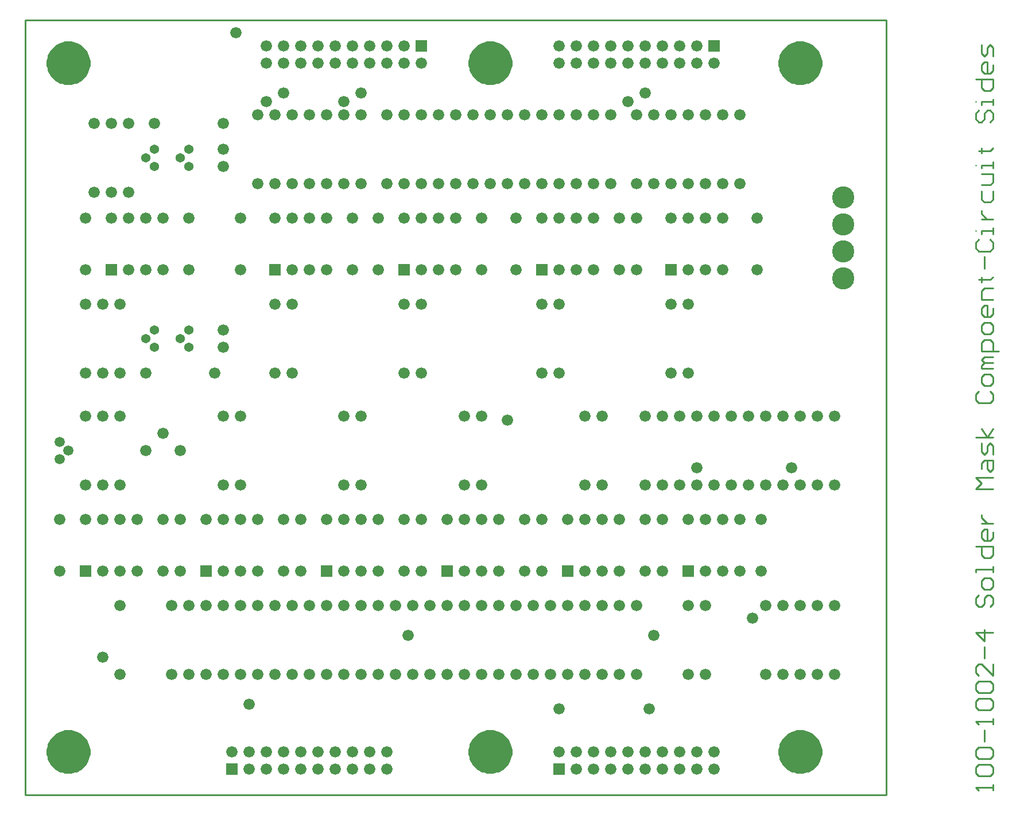
<source format=gbs>
*%FSLAX23Y23*%
*%MOIN*%
G01*
%ADD11C,0.006*%
%ADD12C,0.007*%
%ADD13C,0.008*%
%ADD14C,0.010*%
%ADD15C,0.012*%
%ADD16C,0.020*%
%ADD17C,0.032*%
%ADD18C,0.036*%
%ADD19C,0.050*%
%ADD20C,0.050*%
%ADD21C,0.052*%
%ADD22C,0.054*%
%ADD23C,0.055*%
%ADD24C,0.056*%
%ADD25C,0.059*%
%ADD26C,0.062*%
%ADD27C,0.066*%
%ADD28C,0.070*%
%ADD29C,0.090*%
%ADD30C,0.125*%
%ADD31C,0.129*%
%ADD32C,0.140*%
%ADD33C,0.160*%
%ADD34C,0.250*%
%ADD35C,0.250*%
%ADD36R,0.062X0.062*%
%ADD37R,0.066X0.066*%
D14*
X12376Y5900D02*
Y5933D01*
Y5917D01*
X12276D01*
X12277D01*
X12276D02*
X12293Y5900D01*
Y5983D02*
X12276Y6000D01*
Y6033D01*
X12293Y6050D01*
X12359D01*
X12376Y6033D01*
Y6000D01*
X12359Y5983D01*
X12293D01*
Y6083D02*
X12276Y6100D01*
Y6133D01*
X12293Y6150D01*
X12359D01*
X12376Y6133D01*
Y6100D01*
X12359Y6083D01*
X12293D01*
X12326Y6183D02*
Y6250D01*
X12376Y6283D02*
Y6317D01*
Y6300D01*
X12276D01*
X12277D01*
X12276D02*
X12293Y6283D01*
Y6367D02*
X12276Y6383D01*
Y6416D01*
X12293Y6433D01*
X12359D01*
X12376Y6416D01*
Y6383D01*
X12359Y6367D01*
X12293D01*
Y6466D02*
X12276Y6483D01*
Y6516D01*
X12293Y6533D01*
X12359D01*
X12376Y6516D01*
Y6483D01*
X12359Y6466D01*
X12293D01*
X12376Y6566D02*
Y6633D01*
Y6566D02*
X12309Y6633D01*
X12293D01*
X12276Y6616D01*
Y6583D01*
X12293Y6566D01*
X12326Y6666D02*
Y6733D01*
X12376Y6816D02*
X12276D01*
X12326Y6766D01*
Y6833D01*
X12276Y7016D02*
X12293Y7033D01*
X12276Y7016D02*
Y6983D01*
X12293Y6966D01*
X12309D01*
X12326Y6983D01*
Y7016D01*
X12343Y7033D01*
X12359D01*
X12376Y7016D01*
Y6983D01*
X12359Y6966D01*
X12376Y7083D02*
Y7116D01*
X12359Y7133D01*
X12326D01*
X12309Y7116D01*
Y7083D01*
X12326Y7066D01*
X12359D01*
X12376Y7083D01*
Y7166D02*
Y7200D01*
Y7183D01*
X12276D01*
Y7166D01*
Y7316D02*
X12376D01*
Y7266D01*
X12359Y7250D01*
X12326D01*
X12309Y7266D01*
Y7316D01*
X12376Y7366D02*
Y7400D01*
Y7366D02*
X12359Y7350D01*
X12326D01*
X12309Y7366D01*
Y7400D01*
X12326Y7416D01*
X12343D01*
Y7350D01*
X12309Y7449D02*
X12376D01*
X12343D01*
X12326Y7466D01*
X12309Y7483D01*
Y7499D01*
X12276Y7649D02*
X12376D01*
X12309Y7683D02*
X12276Y7649D01*
X12309Y7683D02*
X12276Y7716D01*
X12376D01*
X12309Y7766D02*
Y7799D01*
X12326Y7816D01*
X12376D01*
Y7766D01*
X12359Y7749D01*
X12343Y7766D01*
Y7816D01*
X12376Y7849D02*
Y7899D01*
X12359Y7916D01*
X12343Y7899D01*
Y7866D01*
X12326Y7849D01*
X12309Y7866D01*
Y7916D01*
X12276Y7949D02*
X12376D01*
X12343D02*
X12309Y7999D01*
X12343Y7949D02*
X12376Y7999D01*
X12276Y8199D02*
X12293Y8216D01*
X12276Y8199D02*
Y8166D01*
X12293Y8149D01*
X12359D01*
X12376Y8166D01*
Y8199D01*
X12359Y8216D01*
X12376Y8266D02*
Y8299D01*
X12359Y8316D01*
X12326D01*
X12309Y8299D01*
Y8266D01*
X12326Y8249D01*
X12359D01*
X12376Y8266D01*
Y8349D02*
X12309D01*
Y8366D01*
X12326Y8383D01*
X12376D01*
X12326D01*
X12309Y8399D01*
X12326Y8416D01*
X12376D01*
X12409Y8449D02*
X12309D01*
Y8499D01*
X12326Y8516D01*
X12359D01*
X12376Y8499D01*
Y8449D01*
Y8566D02*
Y8599D01*
X12359Y8616D01*
X12326D01*
X12309Y8599D01*
Y8566D01*
X12326Y8549D01*
X12359D01*
X12376Y8566D01*
Y8666D02*
Y8699D01*
Y8666D02*
X12359Y8649D01*
X12326D01*
X12309Y8666D01*
Y8699D01*
X12326Y8716D01*
X12343D01*
Y8649D01*
X12309Y8749D02*
X12376D01*
X12309D02*
Y8799D01*
X12326Y8816D01*
X12376D01*
X12309Y8866D02*
X12293D01*
X12309D02*
Y8849D01*
Y8882D01*
Y8866D01*
X12359D01*
X12376Y8882D01*
X12326Y8932D02*
Y8999D01*
X12276Y9082D02*
X12293Y9099D01*
X12276Y9082D02*
Y9049D01*
X12293Y9032D01*
X12359D01*
X12376Y9049D01*
Y9082D01*
X12359Y9099D01*
X12376Y9132D02*
Y9166D01*
Y9149D01*
X12309D01*
Y9132D01*
X12276Y9149D02*
X12277D01*
X12309Y9216D02*
X12376D01*
X12343D01*
X12326Y9232D01*
X12309Y9249D01*
Y9266D01*
Y9332D02*
Y9382D01*
Y9332D02*
X12326Y9316D01*
X12359D01*
X12376Y9332D01*
Y9382D01*
X12359Y9416D02*
X12309D01*
X12359D02*
X12376Y9432D01*
Y9482D01*
X12309D01*
X12376Y9515D02*
Y9549D01*
Y9532D01*
X12309D01*
Y9515D01*
X12276Y9532D02*
X12277D01*
X12293Y9615D02*
X12309D01*
Y9599D01*
Y9632D01*
Y9615D01*
X12359D01*
X12376Y9632D01*
X12276Y9832D02*
X12293Y9849D01*
X12276Y9832D02*
Y9799D01*
X12293Y9782D01*
X12309D01*
X12326Y9799D01*
Y9832D01*
X12343Y9849D01*
X12359D01*
X12376Y9832D01*
Y9799D01*
X12359Y9782D01*
X12376Y9882D02*
Y9915D01*
Y9899D01*
X12309D01*
Y9882D01*
X12276Y9899D02*
X12277D01*
X12276Y10032D02*
X12376D01*
Y9982D01*
X12359Y9965D01*
X12326D01*
X12309Y9982D01*
Y10032D01*
X12376Y10082D02*
Y10115D01*
Y10082D02*
X12359Y10065D01*
X12326D01*
X12309Y10082D01*
Y10115D01*
X12326Y10132D01*
X12343D01*
Y10065D01*
X12376Y10165D02*
Y10215D01*
X12359Y10232D01*
X12343Y10215D01*
Y10182D01*
X12326Y10165D01*
X12309Y10182D01*
Y10232D01*
X11756Y10375D02*
X6756D01*
Y5875D02*
X11756D01*
Y10375D01*
X6756D02*
Y5875D01*
D20*
X11154Y10125D02*
X11155D01*
X11154D02*
X11154Y10115D01*
X11156Y10106D01*
X11158Y10096D01*
X11161Y10087D01*
X11165Y10078D01*
X11170Y10070D01*
X11176Y10062D01*
X11182Y10055D01*
X11189Y10048D01*
X11197Y10042D01*
X11205Y10037D01*
X11214Y10032D01*
X11223Y10029D01*
X11232Y10026D01*
X11241Y10024D01*
X11251Y10023D01*
X11261D01*
X11271Y10024D01*
X11280Y10026D01*
X11289Y10029D01*
X11298Y10032D01*
X11307Y10037D01*
X11315Y10042D01*
X11323Y10048D01*
X11330Y10055D01*
X11336Y10062D01*
X11342Y10070D01*
X11347Y10078D01*
X11351Y10087D01*
X11354Y10096D01*
X11356Y10106D01*
X11358Y10115D01*
X11358Y10125D01*
X11359D01*
X11358D02*
X11358Y10135D01*
X11356Y10144D01*
X11354Y10154D01*
X11351Y10163D01*
X11347Y10172D01*
X11342Y10180D01*
X11336Y10188D01*
X11330Y10195D01*
X11323Y10202D01*
X11315Y10208D01*
X11307Y10213D01*
X11298Y10218D01*
X11289Y10221D01*
X11280Y10224D01*
X11271Y10226D01*
X11261Y10227D01*
X11251D01*
X11241Y10226D01*
X11232Y10224D01*
X11223Y10221D01*
X11214Y10218D01*
X11205Y10213D01*
X11197Y10208D01*
X11189Y10202D01*
X11182Y10195D01*
X11176Y10188D01*
X11170Y10180D01*
X11165Y10172D01*
X11161Y10163D01*
X11158Y10154D01*
X11156Y10144D01*
X11154Y10135D01*
X11154Y10125D01*
X11202D02*
X11203D01*
X11202D02*
X11203Y10117D01*
X11204Y10109D01*
X11207Y10102D01*
X11211Y10095D01*
X11216Y10088D01*
X11222Y10083D01*
X11229Y10078D01*
X11236Y10075D01*
X11244Y10072D01*
X11252Y10071D01*
X11260D01*
X11268Y10072D01*
X11276Y10075D01*
X11283Y10078D01*
X11290Y10083D01*
X11296Y10088D01*
X11301Y10095D01*
X11305Y10102D01*
X11308Y10109D01*
X11309Y10117D01*
X11310Y10125D01*
X11311D01*
X11310D02*
X11309Y10133D01*
X11308Y10141D01*
X11305Y10148D01*
X11301Y10155D01*
X11296Y10162D01*
X11290Y10167D01*
X11283Y10172D01*
X11276Y10175D01*
X11268Y10178D01*
X11260Y10179D01*
X11252D01*
X11244Y10178D01*
X11236Y10175D01*
X11229Y10172D01*
X11222Y10167D01*
X11216Y10162D01*
X11211Y10155D01*
X11207Y10148D01*
X11204Y10141D01*
X11203Y10133D01*
X11202Y10125D01*
X11250D02*
X11251D01*
X11250D02*
X11250Y10123D01*
X11251Y10121D01*
X11253Y10120D01*
X11255Y10119D01*
X11257D01*
X11259Y10120D01*
X11261Y10121D01*
X11262Y10123D01*
X11262Y10125D01*
X11263D01*
X11262D02*
X11262Y10127D01*
X11261Y10129D01*
X11259Y10130D01*
X11257Y10131D01*
X11255D01*
X11253Y10130D01*
X11251Y10129D01*
X11250Y10127D01*
X11250Y10125D01*
X11154Y6125D02*
X11155D01*
X11154D02*
X11154Y6115D01*
X11156Y6106D01*
X11158Y6096D01*
X11161Y6087D01*
X11165Y6078D01*
X11170Y6070D01*
X11176Y6062D01*
X11182Y6055D01*
X11189Y6048D01*
X11197Y6042D01*
X11205Y6037D01*
X11214Y6032D01*
X11223Y6029D01*
X11232Y6026D01*
X11241Y6024D01*
X11251Y6023D01*
X11261D01*
X11271Y6024D01*
X11280Y6026D01*
X11289Y6029D01*
X11298Y6032D01*
X11307Y6037D01*
X11315Y6042D01*
X11323Y6048D01*
X11330Y6055D01*
X11336Y6062D01*
X11342Y6070D01*
X11347Y6078D01*
X11351Y6087D01*
X11354Y6096D01*
X11356Y6106D01*
X11358Y6115D01*
X11358Y6125D01*
X11359D01*
X11358D02*
X11358Y6135D01*
X11356Y6144D01*
X11354Y6154D01*
X11351Y6163D01*
X11347Y6172D01*
X11342Y6180D01*
X11336Y6188D01*
X11330Y6195D01*
X11323Y6202D01*
X11315Y6208D01*
X11307Y6213D01*
X11298Y6218D01*
X11289Y6221D01*
X11280Y6224D01*
X11271Y6226D01*
X11261Y6227D01*
X11251D01*
X11241Y6226D01*
X11232Y6224D01*
X11223Y6221D01*
X11214Y6218D01*
X11205Y6213D01*
X11197Y6208D01*
X11189Y6202D01*
X11182Y6195D01*
X11176Y6188D01*
X11170Y6180D01*
X11165Y6172D01*
X11161Y6163D01*
X11158Y6154D01*
X11156Y6144D01*
X11154Y6135D01*
X11154Y6125D01*
X11202D02*
X11203D01*
X11202D02*
X11203Y6117D01*
X11204Y6109D01*
X11207Y6102D01*
X11211Y6095D01*
X11216Y6088D01*
X11222Y6083D01*
X11229Y6078D01*
X11236Y6075D01*
X11244Y6072D01*
X11252Y6071D01*
X11260D01*
X11268Y6072D01*
X11276Y6075D01*
X11283Y6078D01*
X11290Y6083D01*
X11296Y6088D01*
X11301Y6095D01*
X11305Y6102D01*
X11308Y6109D01*
X11309Y6117D01*
X11310Y6125D01*
X11311D01*
X11310D02*
X11309Y6133D01*
X11308Y6141D01*
X11305Y6148D01*
X11301Y6155D01*
X11296Y6162D01*
X11290Y6167D01*
X11283Y6172D01*
X11276Y6175D01*
X11268Y6178D01*
X11260Y6179D01*
X11252D01*
X11244Y6178D01*
X11236Y6175D01*
X11229Y6172D01*
X11222Y6167D01*
X11216Y6162D01*
X11211Y6155D01*
X11207Y6148D01*
X11204Y6141D01*
X11203Y6133D01*
X11202Y6125D01*
X11250D02*
X11251D01*
X11250D02*
X11250Y6123D01*
X11251Y6121D01*
X11253Y6120D01*
X11255Y6119D01*
X11257D01*
X11259Y6120D01*
X11261Y6121D01*
X11262Y6123D01*
X11262Y6125D01*
X11263D01*
X11262D02*
X11262Y6127D01*
X11261Y6129D01*
X11259Y6130D01*
X11257Y6131D01*
X11255D01*
X11253Y6130D01*
X11251Y6129D01*
X11250Y6127D01*
X11250Y6125D01*
X9354Y10125D02*
X9355D01*
X9354D02*
X9354Y10115D01*
X9356Y10106D01*
X9358Y10096D01*
X9361Y10087D01*
X9365Y10078D01*
X9370Y10070D01*
X9376Y10062D01*
X9382Y10055D01*
X9389Y10048D01*
X9397Y10042D01*
X9405Y10037D01*
X9414Y10032D01*
X9423Y10029D01*
X9432Y10026D01*
X9441Y10024D01*
X9451Y10023D01*
X9461D01*
X9471Y10024D01*
X9480Y10026D01*
X9489Y10029D01*
X9498Y10032D01*
X9507Y10037D01*
X9515Y10042D01*
X9523Y10048D01*
X9530Y10055D01*
X9536Y10062D01*
X9542Y10070D01*
X9547Y10078D01*
X9551Y10087D01*
X9554Y10096D01*
X9556Y10106D01*
X9558Y10115D01*
X9558Y10125D01*
X9559D01*
X9558D02*
X9558Y10135D01*
X9556Y10144D01*
X9554Y10154D01*
X9551Y10163D01*
X9547Y10172D01*
X9542Y10180D01*
X9536Y10188D01*
X9530Y10195D01*
X9523Y10202D01*
X9515Y10208D01*
X9507Y10213D01*
X9498Y10218D01*
X9489Y10221D01*
X9480Y10224D01*
X9471Y10226D01*
X9461Y10227D01*
X9451D01*
X9441Y10226D01*
X9432Y10224D01*
X9423Y10221D01*
X9414Y10218D01*
X9405Y10213D01*
X9397Y10208D01*
X9389Y10202D01*
X9382Y10195D01*
X9376Y10188D01*
X9370Y10180D01*
X9365Y10172D01*
X9361Y10163D01*
X9358Y10154D01*
X9356Y10144D01*
X9354Y10135D01*
X9354Y10125D01*
X9402D02*
X9403D01*
X9402D02*
X9403Y10117D01*
X9404Y10109D01*
X9407Y10102D01*
X9411Y10095D01*
X9416Y10088D01*
X9422Y10083D01*
X9429Y10078D01*
X9436Y10075D01*
X9444Y10072D01*
X9452Y10071D01*
X9460D01*
X9468Y10072D01*
X9476Y10075D01*
X9483Y10078D01*
X9490Y10083D01*
X9496Y10088D01*
X9501Y10095D01*
X9505Y10102D01*
X9508Y10109D01*
X9509Y10117D01*
X9510Y10125D01*
X9511D01*
X9510D02*
X9509Y10133D01*
X9508Y10141D01*
X9505Y10148D01*
X9501Y10155D01*
X9496Y10162D01*
X9490Y10167D01*
X9483Y10172D01*
X9476Y10175D01*
X9468Y10178D01*
X9460Y10179D01*
X9452D01*
X9444Y10178D01*
X9436Y10175D01*
X9429Y10172D01*
X9422Y10167D01*
X9416Y10162D01*
X9411Y10155D01*
X9407Y10148D01*
X9404Y10141D01*
X9403Y10133D01*
X9402Y10125D01*
X9450D02*
X9451D01*
X9450D02*
X9450Y10123D01*
X9451Y10121D01*
X9453Y10120D01*
X9455Y10119D01*
X9457D01*
X9459Y10120D01*
X9461Y10121D01*
X9462Y10123D01*
X9462Y10125D01*
X9463D01*
X9462D02*
X9462Y10127D01*
X9461Y10129D01*
X9459Y10130D01*
X9457Y10131D01*
X9455D01*
X9453Y10130D01*
X9451Y10129D01*
X9450Y10127D01*
X9450Y10125D01*
X9354Y6125D02*
X9355D01*
X9354D02*
X9354Y6115D01*
X9356Y6106D01*
X9358Y6096D01*
X9361Y6087D01*
X9365Y6078D01*
X9370Y6070D01*
X9376Y6062D01*
X9382Y6055D01*
X9389Y6048D01*
X9397Y6042D01*
X9405Y6037D01*
X9414Y6032D01*
X9423Y6029D01*
X9432Y6026D01*
X9441Y6024D01*
X9451Y6023D01*
X9461D01*
X9471Y6024D01*
X9480Y6026D01*
X9489Y6029D01*
X9498Y6032D01*
X9507Y6037D01*
X9515Y6042D01*
X9523Y6048D01*
X9530Y6055D01*
X9536Y6062D01*
X9542Y6070D01*
X9547Y6078D01*
X9551Y6087D01*
X9554Y6096D01*
X9556Y6106D01*
X9558Y6115D01*
X9558Y6125D01*
X9559D01*
X9558D02*
X9558Y6135D01*
X9556Y6144D01*
X9554Y6154D01*
X9551Y6163D01*
X9547Y6172D01*
X9542Y6180D01*
X9536Y6188D01*
X9530Y6195D01*
X9523Y6202D01*
X9515Y6208D01*
X9507Y6213D01*
X9498Y6218D01*
X9489Y6221D01*
X9480Y6224D01*
X9471Y6226D01*
X9461Y6227D01*
X9451D01*
X9441Y6226D01*
X9432Y6224D01*
X9423Y6221D01*
X9414Y6218D01*
X9405Y6213D01*
X9397Y6208D01*
X9389Y6202D01*
X9382Y6195D01*
X9376Y6188D01*
X9370Y6180D01*
X9365Y6172D01*
X9361Y6163D01*
X9358Y6154D01*
X9356Y6144D01*
X9354Y6135D01*
X9354Y6125D01*
X9402D02*
X9403D01*
X9402D02*
X9403Y6117D01*
X9404Y6109D01*
X9407Y6102D01*
X9411Y6095D01*
X9416Y6088D01*
X9422Y6083D01*
X9429Y6078D01*
X9436Y6075D01*
X9444Y6072D01*
X9452Y6071D01*
X9460D01*
X9468Y6072D01*
X9476Y6075D01*
X9483Y6078D01*
X9490Y6083D01*
X9496Y6088D01*
X9501Y6095D01*
X9505Y6102D01*
X9508Y6109D01*
X9509Y6117D01*
X9510Y6125D01*
X9511D01*
X9510D02*
X9509Y6133D01*
X9508Y6141D01*
X9505Y6148D01*
X9501Y6155D01*
X9496Y6162D01*
X9490Y6167D01*
X9483Y6172D01*
X9476Y6175D01*
X9468Y6178D01*
X9460Y6179D01*
X9452D01*
X9444Y6178D01*
X9436Y6175D01*
X9429Y6172D01*
X9422Y6167D01*
X9416Y6162D01*
X9411Y6155D01*
X9407Y6148D01*
X9404Y6141D01*
X9403Y6133D01*
X9402Y6125D01*
X9450D02*
X9451D01*
X9450D02*
X9450Y6123D01*
X9451Y6121D01*
X9453Y6120D01*
X9455Y6119D01*
X9457D01*
X9459Y6120D01*
X9461Y6121D01*
X9462Y6123D01*
X9462Y6125D01*
X9463D01*
X9462D02*
X9462Y6127D01*
X9461Y6129D01*
X9459Y6130D01*
X9457Y6131D01*
X9455D01*
X9453Y6130D01*
X9451Y6129D01*
X9450Y6127D01*
X9450Y6125D01*
X6904Y10125D02*
X6905D01*
X6904D02*
X6904Y10115D01*
X6906Y10106D01*
X6908Y10096D01*
X6911Y10087D01*
X6915Y10078D01*
X6920Y10070D01*
X6926Y10062D01*
X6932Y10055D01*
X6939Y10048D01*
X6947Y10042D01*
X6955Y10037D01*
X6964Y10032D01*
X6973Y10029D01*
X6982Y10026D01*
X6991Y10024D01*
X7001Y10023D01*
X7011D01*
X7021Y10024D01*
X7030Y10026D01*
X7039Y10029D01*
X7048Y10032D01*
X7057Y10037D01*
X7065Y10042D01*
X7073Y10048D01*
X7080Y10055D01*
X7086Y10062D01*
X7092Y10070D01*
X7097Y10078D01*
X7101Y10087D01*
X7104Y10096D01*
X7106Y10106D01*
X7108Y10115D01*
X7108Y10125D01*
X7109D01*
X7108D02*
X7108Y10135D01*
X7106Y10144D01*
X7104Y10154D01*
X7101Y10163D01*
X7097Y10172D01*
X7092Y10180D01*
X7086Y10188D01*
X7080Y10195D01*
X7073Y10202D01*
X7065Y10208D01*
X7057Y10213D01*
X7048Y10218D01*
X7039Y10221D01*
X7030Y10224D01*
X7021Y10226D01*
X7011Y10227D01*
X7001D01*
X6991Y10226D01*
X6982Y10224D01*
X6973Y10221D01*
X6964Y10218D01*
X6955Y10213D01*
X6947Y10208D01*
X6939Y10202D01*
X6932Y10195D01*
X6926Y10188D01*
X6920Y10180D01*
X6915Y10172D01*
X6911Y10163D01*
X6908Y10154D01*
X6906Y10144D01*
X6904Y10135D01*
X6904Y10125D01*
X6952D02*
X6953D01*
X6952D02*
X6953Y10117D01*
X6954Y10109D01*
X6957Y10102D01*
X6961Y10095D01*
X6966Y10088D01*
X6972Y10083D01*
X6979Y10078D01*
X6986Y10075D01*
X6994Y10072D01*
X7002Y10071D01*
X7010D01*
X7018Y10072D01*
X7026Y10075D01*
X7033Y10078D01*
X7040Y10083D01*
X7046Y10088D01*
X7051Y10095D01*
X7055Y10102D01*
X7058Y10109D01*
X7059Y10117D01*
X7060Y10125D01*
X7061D01*
X7060D02*
X7059Y10133D01*
X7058Y10141D01*
X7055Y10148D01*
X7051Y10155D01*
X7046Y10162D01*
X7040Y10167D01*
X7033Y10172D01*
X7026Y10175D01*
X7018Y10178D01*
X7010Y10179D01*
X7002D01*
X6994Y10178D01*
X6986Y10175D01*
X6979Y10172D01*
X6972Y10167D01*
X6966Y10162D01*
X6961Y10155D01*
X6957Y10148D01*
X6954Y10141D01*
X6953Y10133D01*
X6952Y10125D01*
X7000D02*
X7001D01*
X7000D02*
X7000Y10123D01*
X7001Y10121D01*
X7003Y10120D01*
X7005Y10119D01*
X7007D01*
X7009Y10120D01*
X7011Y10121D01*
X7012Y10123D01*
X7012Y10125D01*
X7013D01*
X7012D02*
X7012Y10127D01*
X7011Y10129D01*
X7009Y10130D01*
X7007Y10131D01*
X7005D01*
X7003Y10130D01*
X7001Y10129D01*
X7000Y10127D01*
X7000Y10125D01*
X6904Y6125D02*
X6905D01*
X6904D02*
X6904Y6115D01*
X6906Y6106D01*
X6908Y6096D01*
X6911Y6087D01*
X6915Y6078D01*
X6920Y6070D01*
X6926Y6062D01*
X6932Y6055D01*
X6939Y6048D01*
X6947Y6042D01*
X6955Y6037D01*
X6964Y6032D01*
X6973Y6029D01*
X6982Y6026D01*
X6991Y6024D01*
X7001Y6023D01*
X7011D01*
X7021Y6024D01*
X7030Y6026D01*
X7039Y6029D01*
X7048Y6032D01*
X7057Y6037D01*
X7065Y6042D01*
X7073Y6048D01*
X7080Y6055D01*
X7086Y6062D01*
X7092Y6070D01*
X7097Y6078D01*
X7101Y6087D01*
X7104Y6096D01*
X7106Y6106D01*
X7108Y6115D01*
X7108Y6125D01*
X7109D01*
X7108D02*
X7108Y6135D01*
X7106Y6144D01*
X7104Y6154D01*
X7101Y6163D01*
X7097Y6172D01*
X7092Y6180D01*
X7086Y6188D01*
X7080Y6195D01*
X7073Y6202D01*
X7065Y6208D01*
X7057Y6213D01*
X7048Y6218D01*
X7039Y6221D01*
X7030Y6224D01*
X7021Y6226D01*
X7011Y6227D01*
X7001D01*
X6991Y6226D01*
X6982Y6224D01*
X6973Y6221D01*
X6964Y6218D01*
X6955Y6213D01*
X6947Y6208D01*
X6939Y6202D01*
X6932Y6195D01*
X6926Y6188D01*
X6920Y6180D01*
X6915Y6172D01*
X6911Y6163D01*
X6908Y6154D01*
X6906Y6144D01*
X6904Y6135D01*
X6904Y6125D01*
X6952D02*
X6953D01*
X6952D02*
X6953Y6117D01*
X6954Y6109D01*
X6957Y6102D01*
X6961Y6095D01*
X6966Y6088D01*
X6972Y6083D01*
X6979Y6078D01*
X6986Y6075D01*
X6994Y6072D01*
X7002Y6071D01*
X7010D01*
X7018Y6072D01*
X7026Y6075D01*
X7033Y6078D01*
X7040Y6083D01*
X7046Y6088D01*
X7051Y6095D01*
X7055Y6102D01*
X7058Y6109D01*
X7059Y6117D01*
X7060Y6125D01*
X7061D01*
X7060D02*
X7059Y6133D01*
X7058Y6141D01*
X7055Y6148D01*
X7051Y6155D01*
X7046Y6162D01*
X7040Y6167D01*
X7033Y6172D01*
X7026Y6175D01*
X7018Y6178D01*
X7010Y6179D01*
X7002D01*
X6994Y6178D01*
X6986Y6175D01*
X6979Y6172D01*
X6972Y6167D01*
X6966Y6162D01*
X6961Y6155D01*
X6957Y6148D01*
X6954Y6141D01*
X6953Y6133D01*
X6952Y6125D01*
X7000D02*
X7001D01*
X7000D02*
X7000Y6123D01*
X7001Y6121D01*
X7003Y6120D01*
X7005Y6119D01*
X7007D01*
X7009Y6120D01*
X7011Y6121D01*
X7012Y6123D01*
X7012Y6125D01*
X7013D01*
X7012D02*
X7012Y6127D01*
X7011Y6129D01*
X7009Y6130D01*
X7007Y6131D01*
X7005D01*
X7003Y6130D01*
X7001Y6129D01*
X7000Y6127D01*
X7000Y6125D01*
D22*
X7506Y9625D02*
D03*
Y9525D02*
D03*
X7456Y9575D02*
D03*
X7706Y9625D02*
D03*
Y9525D02*
D03*
X7656Y9575D02*
D03*
X7506Y8575D02*
D03*
Y8475D02*
D03*
X7456Y8525D02*
D03*
X7706Y8575D02*
D03*
Y8475D02*
D03*
X7656Y8525D02*
D03*
D25*
X6956Y7925D02*
D03*
X7006Y7875D02*
D03*
X6956Y7825D02*
D03*
D27*
X11206Y7775D02*
D03*
X10981Y6900D02*
D03*
X10656Y7775D02*
D03*
X10356Y9950D02*
D03*
X10406Y6800D02*
D03*
X10381Y6375D02*
D03*
X10256Y9900D02*
D03*
X9856Y6375D02*
D03*
X9556Y8050D02*
D03*
X8981Y6800D02*
D03*
X8706Y9950D02*
D03*
X8606Y9900D02*
D03*
X8156D02*
D03*
X8256Y9950D02*
D03*
X7981Y10300D02*
D03*
X8056Y6400D02*
D03*
X7206Y6675D02*
D03*
X10706Y9425D02*
D03*
Y9825D02*
D03*
X10806D02*
D03*
Y9425D02*
D03*
X10906Y9825D02*
D03*
Y9425D02*
D03*
X9856Y10125D02*
D03*
Y10225D02*
D03*
X9956Y10125D02*
D03*
Y10225D02*
D03*
X10056Y10125D02*
D03*
Y10225D02*
D03*
X10156Y10125D02*
D03*
Y10225D02*
D03*
X10256Y10125D02*
D03*
Y10225D02*
D03*
X10356Y10125D02*
D03*
Y10225D02*
D03*
X10456Y10125D02*
D03*
Y10225D02*
D03*
X10556Y10125D02*
D03*
Y10225D02*
D03*
X10656Y10125D02*
D03*
Y10225D02*
D03*
X10756Y10125D02*
D03*
X10606Y8925D02*
D03*
X10706D02*
D03*
X10806D02*
D03*
Y9225D02*
D03*
X10706D02*
D03*
X10606D02*
D03*
X10506D02*
D03*
X11006Y8925D02*
D03*
Y9225D02*
D03*
X10456Y8075D02*
D03*
Y7675D02*
D03*
X10556D02*
D03*
Y8075D02*
D03*
X11056D02*
D03*
Y7675D02*
D03*
X10606Y9425D02*
D03*
Y9825D02*
D03*
X10506Y9425D02*
D03*
Y9825D02*
D03*
Y8325D02*
D03*
Y8725D02*
D03*
X10606Y8325D02*
D03*
Y8725D02*
D03*
X10656Y8075D02*
D03*
Y7675D02*
D03*
X10756Y8075D02*
D03*
Y7675D02*
D03*
X10856Y8075D02*
D03*
Y7675D02*
D03*
X10956Y8075D02*
D03*
Y7675D02*
D03*
X11456Y8075D02*
D03*
Y7675D02*
D03*
X11356Y8075D02*
D03*
Y7675D02*
D03*
X11256Y8075D02*
D03*
Y7675D02*
D03*
X11156Y8075D02*
D03*
Y7675D02*
D03*
X10706Y7175D02*
D03*
X10806D02*
D03*
X10906D02*
D03*
Y7475D02*
D03*
X10806D02*
D03*
X10706D02*
D03*
X10606D02*
D03*
X10706Y6575D02*
D03*
Y6975D02*
D03*
X10606Y6575D02*
D03*
Y6975D02*
D03*
X11056D02*
D03*
Y6575D02*
D03*
X11156Y6975D02*
D03*
Y6575D02*
D03*
X11256Y6975D02*
D03*
Y6575D02*
D03*
X11356Y6975D02*
D03*
Y6575D02*
D03*
X11456Y6975D02*
D03*
Y6575D02*
D03*
X11031Y7175D02*
D03*
Y7475D02*
D03*
X10456Y7175D02*
D03*
Y7475D02*
D03*
X9056Y10125D02*
D03*
X8956Y10225D02*
D03*
Y10125D02*
D03*
X8856Y10225D02*
D03*
Y10125D02*
D03*
X8756Y10225D02*
D03*
Y10125D02*
D03*
X8656Y10225D02*
D03*
Y10125D02*
D03*
X8556Y10225D02*
D03*
Y10125D02*
D03*
X8456Y10225D02*
D03*
Y10125D02*
D03*
X8356Y10225D02*
D03*
Y10125D02*
D03*
X8256Y10225D02*
D03*
Y10125D02*
D03*
X8156Y10225D02*
D03*
Y10125D02*
D03*
X10406Y9425D02*
D03*
Y9825D02*
D03*
X9656Y9425D02*
D03*
Y9825D02*
D03*
X8956Y9425D02*
D03*
Y9825D02*
D03*
X9256Y9425D02*
D03*
Y9825D02*
D03*
X9356D02*
D03*
Y9425D02*
D03*
X9456Y9825D02*
D03*
Y9425D02*
D03*
X10156Y9825D02*
D03*
Y9425D02*
D03*
X10056Y9825D02*
D03*
Y9425D02*
D03*
X9956D02*
D03*
Y9825D02*
D03*
X10206Y8925D02*
D03*
Y9225D02*
D03*
X9606D02*
D03*
Y8925D02*
D03*
X9406Y8075D02*
D03*
Y7675D02*
D03*
X9306Y8075D02*
D03*
Y7675D02*
D03*
X10106Y8075D02*
D03*
Y7675D02*
D03*
X10006Y8075D02*
D03*
Y7675D02*
D03*
X9856Y8925D02*
D03*
X9956D02*
D03*
X10056D02*
D03*
Y9225D02*
D03*
X9956D02*
D03*
X9856D02*
D03*
X9756D02*
D03*
X9056Y8925D02*
D03*
X9156D02*
D03*
X9256D02*
D03*
Y9225D02*
D03*
X9156D02*
D03*
X9056D02*
D03*
X8956D02*
D03*
X9406Y8925D02*
D03*
Y9225D02*
D03*
X10306D02*
D03*
Y8925D02*
D03*
Y9825D02*
D03*
Y9425D02*
D03*
X9556Y9825D02*
D03*
Y9425D02*
D03*
X9756Y8325D02*
D03*
Y8725D02*
D03*
X9856Y8325D02*
D03*
Y8725D02*
D03*
X9156Y9425D02*
D03*
Y9825D02*
D03*
X9056Y9425D02*
D03*
Y9825D02*
D03*
X8956Y8325D02*
D03*
Y8725D02*
D03*
X9056Y8325D02*
D03*
Y8725D02*
D03*
X9856Y9425D02*
D03*
Y9825D02*
D03*
X9756Y9425D02*
D03*
Y9825D02*
D03*
Y7475D02*
D03*
Y7175D02*
D03*
X10356D02*
D03*
Y7475D02*
D03*
X9056D02*
D03*
Y7175D02*
D03*
X8956D02*
D03*
Y7475D02*
D03*
X9656Y7175D02*
D03*
Y7475D02*
D03*
X9006Y6975D02*
D03*
Y6575D02*
D03*
X9106D02*
D03*
Y6975D02*
D03*
X9206D02*
D03*
Y6575D02*
D03*
X9306Y6975D02*
D03*
Y6575D02*
D03*
X9406D02*
D03*
Y6975D02*
D03*
X9506Y6575D02*
D03*
Y6975D02*
D03*
X9706D02*
D03*
Y6575D02*
D03*
X9806D02*
D03*
Y6975D02*
D03*
X9906D02*
D03*
Y6575D02*
D03*
X10006Y6975D02*
D03*
Y6575D02*
D03*
X10106D02*
D03*
Y6975D02*
D03*
X10206Y6575D02*
D03*
Y6975D02*
D03*
X9306Y7175D02*
D03*
X9406D02*
D03*
X9506D02*
D03*
Y7475D02*
D03*
X9406D02*
D03*
X9306D02*
D03*
X9206D02*
D03*
X10006Y7175D02*
D03*
X10106D02*
D03*
X10206D02*
D03*
Y7475D02*
D03*
X10106D02*
D03*
X10006D02*
D03*
X9906D02*
D03*
X8906Y6975D02*
D03*
Y6575D02*
D03*
X9606Y6975D02*
D03*
Y6575D02*
D03*
X10306Y6975D02*
D03*
Y6575D02*
D03*
X10356Y7675D02*
D03*
Y8075D02*
D03*
X10756Y6125D02*
D03*
Y6025D02*
D03*
X10656Y6125D02*
D03*
Y6025D02*
D03*
X10556Y6125D02*
D03*
Y6025D02*
D03*
X10456Y6125D02*
D03*
Y6025D02*
D03*
X10356Y6125D02*
D03*
Y6025D02*
D03*
X10256Y6125D02*
D03*
Y6025D02*
D03*
X10156Y6125D02*
D03*
Y6025D02*
D03*
X10056Y6125D02*
D03*
Y6025D02*
D03*
X9956Y6125D02*
D03*
Y6025D02*
D03*
X9856Y6125D02*
D03*
X8206Y9425D02*
D03*
Y9825D02*
D03*
X8506Y9425D02*
D03*
Y9825D02*
D03*
X8606D02*
D03*
Y9425D02*
D03*
X8706Y9825D02*
D03*
Y9425D02*
D03*
X7506Y9775D02*
D03*
X7906D02*
D03*
X8606Y8075D02*
D03*
Y7675D02*
D03*
X8706Y8075D02*
D03*
Y7675D02*
D03*
X7906Y8075D02*
D03*
Y7675D02*
D03*
X8006Y8075D02*
D03*
Y7675D02*
D03*
X8806Y9225D02*
D03*
Y8925D02*
D03*
X8006Y9225D02*
D03*
Y8925D02*
D03*
X8306D02*
D03*
X8406D02*
D03*
X8506D02*
D03*
Y9225D02*
D03*
X8406D02*
D03*
X8306D02*
D03*
X8206D02*
D03*
X8656Y8925D02*
D03*
Y9225D02*
D03*
X7856Y8325D02*
D03*
X7456D02*
D03*
X8856Y9825D02*
D03*
Y9425D02*
D03*
X8406D02*
D03*
Y9825D02*
D03*
X8306Y9425D02*
D03*
Y9825D02*
D03*
X7906Y8575D02*
D03*
Y8475D02*
D03*
X8106Y9825D02*
D03*
Y9425D02*
D03*
X8206Y8325D02*
D03*
Y8725D02*
D03*
X8306Y8325D02*
D03*
Y8725D02*
D03*
X7356Y9375D02*
D03*
Y9775D02*
D03*
X7906Y9625D02*
D03*
Y9525D02*
D03*
X7706Y9225D02*
D03*
Y8925D02*
D03*
X7556Y7175D02*
D03*
Y7475D02*
D03*
X7656D02*
D03*
Y7175D02*
D03*
X8256D02*
D03*
Y7475D02*
D03*
X8356D02*
D03*
Y7175D02*
D03*
X8306Y6975D02*
D03*
Y6575D02*
D03*
X8606Y7175D02*
D03*
X8706D02*
D03*
X8806D02*
D03*
Y7475D02*
D03*
X8706D02*
D03*
X8606D02*
D03*
X8506D02*
D03*
X8706Y6575D02*
D03*
Y6975D02*
D03*
X8606D02*
D03*
Y6575D02*
D03*
X8506Y6975D02*
D03*
Y6575D02*
D03*
X8406D02*
D03*
Y6975D02*
D03*
X8806Y6575D02*
D03*
Y6975D02*
D03*
X7606D02*
D03*
Y6575D02*
D03*
X7706D02*
D03*
Y6975D02*
D03*
X7806D02*
D03*
Y6575D02*
D03*
X7906D02*
D03*
Y6975D02*
D03*
X8006D02*
D03*
Y6575D02*
D03*
X8106D02*
D03*
Y6975D02*
D03*
X7906Y7175D02*
D03*
X8006D02*
D03*
X8106D02*
D03*
Y7475D02*
D03*
X8006D02*
D03*
X7906D02*
D03*
X7806D02*
D03*
X8206Y6975D02*
D03*
Y6575D02*
D03*
X7556Y7975D02*
D03*
X7456Y7875D02*
D03*
X7656D02*
D03*
X8856Y6125D02*
D03*
Y6025D02*
D03*
X8756Y6125D02*
D03*
Y6025D02*
D03*
X8656Y6125D02*
D03*
Y6025D02*
D03*
X8556Y6125D02*
D03*
Y6025D02*
D03*
X8456Y6125D02*
D03*
Y6025D02*
D03*
X8356Y6125D02*
D03*
Y6025D02*
D03*
X8256Y6125D02*
D03*
Y6025D02*
D03*
X8156Y6125D02*
D03*
Y6025D02*
D03*
X8056Y6125D02*
D03*
Y6025D02*
D03*
X7956Y6125D02*
D03*
X7256Y9775D02*
D03*
Y9375D02*
D03*
X7206Y7675D02*
D03*
Y8075D02*
D03*
X7106Y8725D02*
D03*
Y8325D02*
D03*
X7206D02*
D03*
Y8725D02*
D03*
X7306D02*
D03*
Y8325D02*
D03*
X7106Y9225D02*
D03*
Y8925D02*
D03*
X7356D02*
D03*
X7456D02*
D03*
X7556D02*
D03*
Y9225D02*
D03*
X7456D02*
D03*
X7356D02*
D03*
X7256D02*
D03*
X7156Y9375D02*
D03*
Y9775D02*
D03*
X6956Y7475D02*
D03*
Y7175D02*
D03*
X7306Y6975D02*
D03*
Y6575D02*
D03*
X7206Y7175D02*
D03*
X7306D02*
D03*
X7406D02*
D03*
Y7475D02*
D03*
X7306D02*
D03*
X7206D02*
D03*
X7106D02*
D03*
Y7675D02*
D03*
Y8075D02*
D03*
X7306D02*
D03*
Y7675D02*
D03*
D31*
X11506Y8875D02*
D03*
Y9343D02*
D03*
Y9187D02*
D03*
Y9031D02*
D03*
D37*
X10756Y10225D02*
D03*
X10506Y8925D02*
D03*
X10606Y7175D02*
D03*
X9056Y10225D02*
D03*
X9756Y8925D02*
D03*
X8956D02*
D03*
X9206Y7175D02*
D03*
X9906D02*
D03*
X9856Y6025D02*
D03*
X8206Y8925D02*
D03*
X8506Y7175D02*
D03*
X7806D02*
D03*
X7956Y6025D02*
D03*
X7256Y8925D02*
D03*
X7106Y7175D02*
D03*
M02*

</source>
